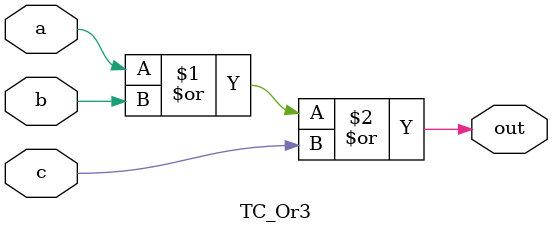
<source format=v>
module TC_Or3(a, b, c, out);
    input a;
    input b;
    input c;
    output out;
    
    assign out = a | b | c;
endmodule


</source>
